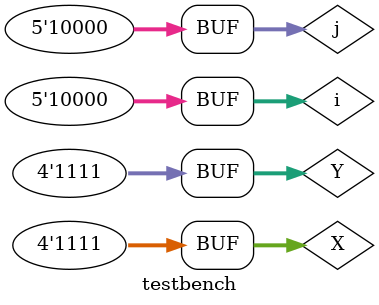
<source format=v>
`timescale 1ns/1ps
module testbench;

	reg [3:0] X, Y; 
	wire [7:0] P;
	
	multiplier DUT (X,Y,P);
	
	parameter FALSE = 0;
	parameter TRUE = 1;
	reg [4:0] i, j;
	reg passed;
	
	initial	begin : init
			passed = TRUE;
			for (i=0; i<16; i=i+1) begin 
				for (j=0; j<16; j=j+1) begin 
					X <= i;
					Y <= j;
					#25; //long simulation time step (25ns)
					if (P != i*j) begin
						passed = FALSE;
						$display("Test Failed for %d x %d", i, j);
					end
					else begin
						//$display("Test Passed for %d x %d", i, j);
					end
				end
			end
			if (passed)
				$display("Test Completed without Errors! :)");
			else
				$display("Test Completed WITH Errors! :(");	
		end

endmodule
</source>
